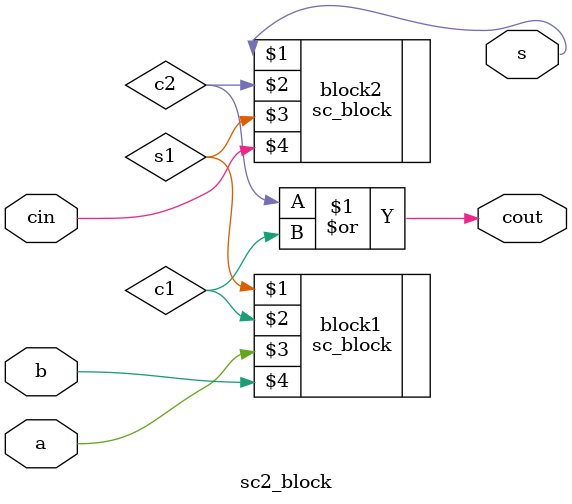
<source format=v>

module sc2_block(s, cout, a, b, cin);
      output s, cout;
      input a, b, cin;
      wire s1, c1, c2;
      sc_block block1(s1, c1, a, b);
      sc_block block2(s, c2, s1, cin);
      or o1(cout, c2, c1);
endmodule // sc2_block

</source>
